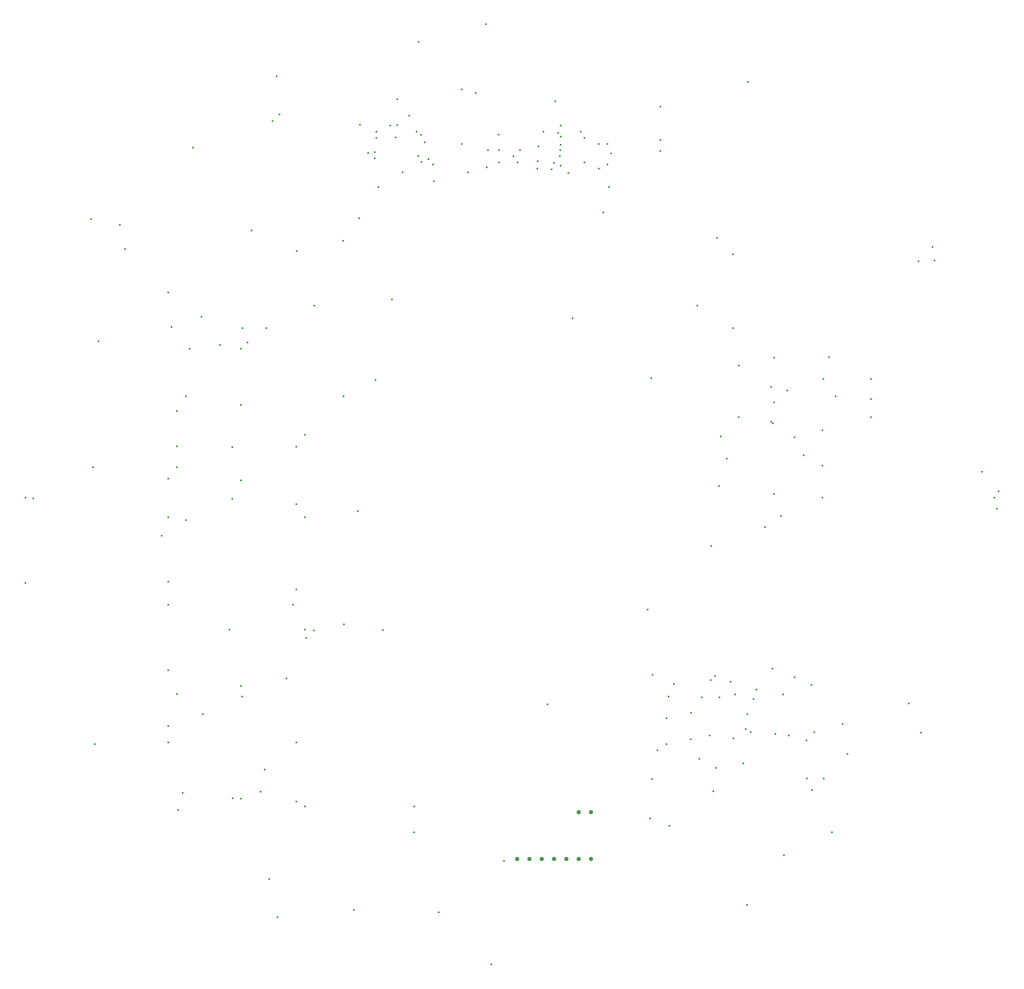
<source format=gbr>
%TF.GenerationSoftware,Altium Limited,Altium Designer,20.2.3 (150)*%
G04 Layer_Color=0*
%FSLAX45Y45*%
%MOMM*%
%TF.SameCoordinates,D065702F-5D7C-4ECE-B493-19553C93D9E3*%
%TF.FilePolarity,Positive*%
%TF.FileFunction,Plated,1,4,PTH,Drill*%
%TF.Part,Single*%
G01*
G75*
%TA.AperFunction,ComponentDrill*%
%ADD107C,0.90000*%
%TA.AperFunction,ViaDrill,NotFilled*%
%ADD108C,0.40000*%
D107*
X12339569Y4490679D02*
D03*
X12593569D02*
D03*
X11069569Y3521893D02*
D03*
X11323569D02*
D03*
X11577569D02*
D03*
X11831569D02*
D03*
X12339569D02*
D03*
X12593569D02*
D03*
X12085569D02*
D03*
D108*
X16002333Y7020293D02*
D03*
X15940631Y6831099D02*
D03*
X15559552Y6924264D02*
D03*
X14824197Y5589753D02*
D03*
X15170407Y5407259D02*
D03*
X15147491Y7300859D02*
D03*
X15061835Y7214283D02*
D03*
X14873016Y6863390D02*
D03*
X14653613Y6541503D02*
D03*
X14648837Y5995843D02*
D03*
X14302528Y7141271D02*
D03*
X15471140Y7182277D02*
D03*
X15035126Y6071865D02*
D03*
X14210475Y4210835D02*
D03*
X13812228Y4366758D02*
D03*
X7693660Y2473960D02*
D03*
X6692859Y4612640D02*
D03*
X9449242Y2424669D02*
D03*
X10795000Y3484880D02*
D03*
X6512860Y4709643D02*
D03*
X5196035Y4775236D02*
D03*
X6716601Y8092290D02*
D03*
X6874896Y8241594D02*
D03*
X8295787Y8248802D02*
D03*
X13759132Y8674666D02*
D03*
X12212996Y14685242D02*
D03*
X7474260Y16282304D02*
D03*
X6522024Y16076253D02*
D03*
X11960860Y18262601D02*
D03*
X11911147Y18513734D02*
D03*
X11481928Y17773447D02*
D03*
X11488420Y17924780D02*
D03*
X15189200Y16339819D02*
D03*
X7803634Y16750662D02*
D03*
X8201660Y17396460D02*
D03*
X7990545Y18094228D02*
D03*
X8125460Y18115280D02*
D03*
X12841496Y16865575D02*
D03*
X15524461Y16003908D02*
D03*
X12927258Y18281442D02*
D03*
X12748260D02*
D03*
X12379960Y18535442D02*
D03*
X12960802Y17396460D02*
D03*
X14025880Y19050000D02*
D03*
X19344627Y15862849D02*
D03*
X19634473Y16156940D02*
D03*
X20911819Y10980420D02*
D03*
X20968307Y10757774D02*
D03*
X19142506Y6732473D02*
D03*
X17388689Y5181448D02*
D03*
X17879060Y5689600D02*
D03*
X16570959Y3599180D02*
D03*
X10534284Y1347246D02*
D03*
X9035793Y20392467D02*
D03*
X8842169Y18864920D02*
D03*
X8990472Y18536690D02*
D03*
X10421650Y20752100D02*
D03*
X15821193Y19560539D02*
D03*
X19677760Y15880080D02*
D03*
X21000476Y11107420D02*
D03*
X19396419Y6136688D02*
D03*
X17564101Y4071620D02*
D03*
X8591177Y19207732D02*
D03*
X11858196Y19161148D02*
D03*
X12748260Y17773442D02*
D03*
X14025880Y18366740D02*
D03*
Y18138139D02*
D03*
X15808788Y2579317D02*
D03*
X8703691Y17698720D02*
D03*
X9027160Y18038272D02*
D03*
X9922556Y18281905D02*
D03*
X9090660Y17911293D02*
D03*
X9240520Y17970500D02*
D03*
X9331960Y17857028D02*
D03*
X20663812Y11513889D02*
D03*
X11609319Y18536855D02*
D03*
X9086832Y18467299D02*
D03*
X9161539Y18320107D02*
D03*
X11960860Y18661380D02*
D03*
X12456160Y18408443D02*
D03*
X8162920Y18410286D02*
D03*
X5587284Y16494044D02*
D03*
X4554220Y14715138D02*
D03*
X4581401Y6515382D02*
D03*
X4074160Y4528820D02*
D03*
X4169923Y4890846D02*
D03*
X3872220Y5933460D02*
D03*
Y6266180D02*
D03*
X8594334Y18673186D02*
D03*
X8162920Y18537265D02*
D03*
X4381358Y18210406D02*
D03*
X2427994Y14208569D02*
D03*
X2869000Y16610287D02*
D03*
X2983149Y16116750D02*
D03*
X6512860Y10845800D02*
D03*
X7826520Y18679652D02*
D03*
X9349740Y17510760D02*
D03*
X8144523Y13411958D02*
D03*
X8482239Y15075841D02*
D03*
X9922556Y19405682D02*
D03*
X10210960Y19335562D02*
D03*
X1081009Y10965523D02*
D03*
X6512860Y9088420D02*
D03*
X5129042Y8254101D02*
D03*
X5192542Y10959318D02*
D03*
X7781976Y10703237D02*
D03*
X13836264Y13445264D02*
D03*
X5859780Y5367020D02*
D03*
X922020Y9222740D02*
D03*
X2322383Y11607800D02*
D03*
X4052219D02*
D03*
X922020Y10985500D02*
D03*
X4052219Y12043344D02*
D03*
X5372542Y12895580D02*
D03*
X2275840Y16730980D02*
D03*
X6106160Y19677756D02*
D03*
X14192047Y6881927D02*
D03*
X17045940Y5181448D02*
D03*
X17365858Y10980420D02*
D03*
Y11643792D02*
D03*
X18366187Y12644120D02*
D03*
Y13018054D02*
D03*
X8941242Y4612640D02*
D03*
Y4076700D02*
D03*
X15074899Y9982200D02*
D03*
X17033240Y5971540D02*
D03*
X15730220Y5501640D02*
D03*
X8125460Y17983200D02*
D03*
X3937000Y14505940D02*
D03*
X11958737Y18154442D02*
D03*
X10693400Y18154446D02*
D03*
X15267940Y12247880D02*
D03*
X15635223Y12644120D02*
D03*
X17365863Y12374118D02*
D03*
X11773967Y17759680D02*
D03*
X11506200Y18229581D02*
D03*
X17785080Y6311900D02*
D03*
X15786836Y6205957D02*
D03*
X8454080Y18664246D02*
D03*
X10469108Y18154904D02*
D03*
X10050780Y17698720D02*
D03*
X13002260Y18090942D02*
D03*
X12125960Y17680940D02*
D03*
X12926060Y17856200D02*
D03*
X11076940Y17900447D02*
D03*
X11830858Y17888940D02*
D03*
X11961820Y17836942D02*
D03*
X10693400Y17900447D02*
D03*
X5192542Y12026900D02*
D03*
X10439908Y17802859D02*
D03*
X4052219Y6931660D02*
D03*
X4234180Y13075920D02*
D03*
X4052219Y12768580D02*
D03*
X7485868Y13075920D02*
D03*
X4234180Y10515600D02*
D03*
X6692859Y12282912D02*
D03*
X5956300Y3114040D02*
D03*
X16786861Y7277100D02*
D03*
X17139905Y7117278D02*
D03*
X16555734Y6924055D02*
D03*
X16365540Y12948920D02*
D03*
X8559800Y18420081D02*
D03*
X11944558Y18027441D02*
D03*
X10986927Y18027448D02*
D03*
X4940300Y14135100D02*
D03*
X13855701Y5179060D02*
D03*
X12456820Y17900443D02*
D03*
X11696700Y6718300D02*
D03*
X6121400Y2322241D02*
D03*
X11960860Y18432780D02*
D03*
X2357100Y5892800D02*
D03*
X6019800Y18760440D02*
D03*
X11125200Y18154446D02*
D03*
X6164580Y18895061D02*
D03*
X10683240Y18481039D02*
D03*
X3872220Y11372860D02*
D03*
X15234920Y11224260D02*
D03*
X13856767Y7326427D02*
D03*
X16365540Y11059160D02*
D03*
X15819119Y6512560D02*
D03*
X16976273Y11853093D02*
D03*
X3872220Y15217140D02*
D03*
X5372542Y14055701D02*
D03*
X5506720Y14188440D02*
D03*
X16508919Y10601584D02*
D03*
X5394960Y6880860D02*
D03*
X16334740Y7454900D02*
D03*
X16635538Y13195300D02*
D03*
X4310380Y14056360D02*
D03*
X16365535Y13868401D02*
D03*
X16311880Y13268961D02*
D03*
X14150340Y6426200D02*
D03*
X16395700Y6108700D02*
D03*
X16786861Y12225020D02*
D03*
X17635860Y13074020D02*
D03*
X17505679Y13876019D02*
D03*
X6512860Y12031680D02*
D03*
X17381219Y13434061D02*
D03*
X18366180D02*
D03*
X6692900Y10574020D02*
D03*
X13961932Y5770215D02*
D03*
X15635219Y13713460D02*
D03*
X3870960Y10574020D02*
D03*
X15887700Y6141720D02*
D03*
X17145000Y4945380D02*
D03*
X15394940Y11790680D02*
D03*
X3872220Y7420620D02*
D03*
X16311880Y12547600D02*
D03*
X16343819Y12516038D02*
D03*
X15110460Y4925060D02*
D03*
X5372542Y11340658D02*
D03*
X14151935Y5898825D02*
D03*
X6888480Y14942821D02*
D03*
X14787880D02*
D03*
X3738880Y10200640D02*
D03*
X16672560Y6075680D02*
D03*
X5402783Y14483080D02*
D03*
X5892800D02*
D03*
X15519400D02*
D03*
X15527020Y6012180D02*
D03*
X6512860Y5933140D02*
D03*
X5372542Y4773143D02*
D03*
Y7094220D02*
D03*
X15242540Y6858000D02*
D03*
X6309360Y7254240D02*
D03*
X3872220Y8773160D02*
D03*
X6446520D02*
D03*
X3872220Y9245600D02*
D03*
X5778500Y4909820D02*
D03*
X17195799Y6141720D02*
D03*
X7495540Y8371804D02*
D03*
X16177260Y10375900D02*
D03*
X6692859Y8254101D02*
D03*
%TF.MD5,f5b50eb6a075020434551670479c6e88*%
M02*

</source>
